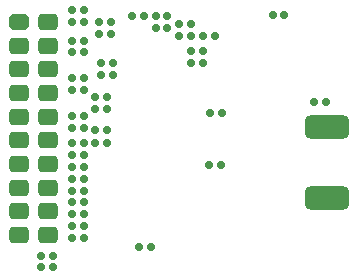
<source format=gbr>
%TF.GenerationSoftware,Altium Limited,Altium Designer,24.3.1 (35)*%
G04 Layer_Color=255*
%FSLAX45Y45*%
%MOMM*%
%TF.SameCoordinates,49A6F1C3-9DA9-4727-8ECF-3BB51FF8743F*%
%TF.FilePolarity,Positive*%
%TF.FileFunction,Pads,Bot*%
%TF.Part,Single*%
G01*
G75*
%TA.AperFunction,ConnectorPad*%
G04:AMPARAMS|DCode=10|XSize=2mm|YSize=3.8mm|CornerRadius=0.5mm|HoleSize=0mm|Usage=FLASHONLY|Rotation=270.000|XOffset=0mm|YOffset=0mm|HoleType=Round|Shape=RoundedRectangle|*
%AMROUNDEDRECTD10*
21,1,2.00000,2.80000,0,0,270.0*
21,1,1.00000,3.80000,0,0,270.0*
1,1,1.00000,-1.40000,-0.50000*
1,1,1.00000,-1.40000,0.50000*
1,1,1.00000,1.40000,0.50000*
1,1,1.00000,1.40000,-0.50000*
%
%ADD10ROUNDEDRECTD10*%
%TA.AperFunction,SMDPad,CuDef*%
G04:AMPARAMS|DCode=19|XSize=0.6mm|YSize=0.6mm|CornerRadius=0.15mm|HoleSize=0mm|Usage=FLASHONLY|Rotation=270.000|XOffset=0mm|YOffset=0mm|HoleType=Round|Shape=RoundedRectangle|*
%AMROUNDEDRECTD19*
21,1,0.60000,0.30000,0,0,270.0*
21,1,0.30000,0.60000,0,0,270.0*
1,1,0.30000,-0.15000,-0.15000*
1,1,0.30000,-0.15000,0.15000*
1,1,0.30000,0.15000,0.15000*
1,1,0.30000,0.15000,-0.15000*
%
%ADD19ROUNDEDRECTD19*%
%TA.AperFunction,ComponentPad*%
G04:AMPARAMS|DCode=43|XSize=1.4mm|YSize=1.7mm|CornerRadius=0mm|HoleSize=0mm|Usage=FLASHONLY|Rotation=270.000|XOffset=0mm|YOffset=0mm|HoleType=Round|Shape=Octagon|*
%AMOCTAGOND43*
4,1,8,0.85000,0.35000,0.85000,-0.35000,0.50000,-0.70000,-0.50000,-0.70000,-0.85000,-0.35000,-0.85000,0.35000,-0.50000,0.70000,0.50000,0.70000,0.85000,0.35000,0.0*
%
%ADD43OCTAGOND43*%

G04:AMPARAMS|DCode=44|XSize=1.4mm|YSize=1.7mm|CornerRadius=0.35mm|HoleSize=0mm|Usage=FLASHONLY|Rotation=270.000|XOffset=0mm|YOffset=0mm|HoleType=Round|Shape=RoundedRectangle|*
%AMROUNDEDRECTD44*
21,1,1.40000,1.00000,0,0,270.0*
21,1,0.70000,1.70000,0,0,270.0*
1,1,0.70000,-0.50000,-0.35000*
1,1,0.70000,-0.50000,0.35000*
1,1,0.70000,0.50000,0.35000*
1,1,0.70000,0.50000,-0.35000*
%
%ADD44ROUNDEDRECTD44*%
D10*
X2760000Y840000D02*
D03*
Y1440000D02*
D03*
D19*
X1770000Y1560000D02*
D03*
X1870000D02*
D03*
X700000Y700000D02*
D03*
X600000D02*
D03*
Y600000D02*
D03*
X700000D02*
D03*
X1210000Y2380000D02*
D03*
X1110000D02*
D03*
X1710000Y2080000D02*
D03*
X1610000D02*
D03*
X440000Y250000D02*
D03*
X340000D02*
D03*
X2750000Y1650000D02*
D03*
X2650000D02*
D03*
X700000Y1100000D02*
D03*
X600000D02*
D03*
X700000Y1850000D02*
D03*
X600000D02*
D03*
X699999Y2429999D02*
D03*
X599999D02*
D03*
X930000Y2330000D02*
D03*
X830000D02*
D03*
X950000Y1980000D02*
D03*
X850000D02*
D03*
X700000Y2170000D02*
D03*
X600000D02*
D03*
X1410000Y2380000D02*
D03*
X1310000D02*
D03*
X1610000Y2310000D02*
D03*
X1510000D02*
D03*
X900000Y1690000D02*
D03*
X800000D02*
D03*
X1810000Y2210000D02*
D03*
X1710000D02*
D03*
X700000Y900000D02*
D03*
X600000D02*
D03*
X700000Y1300000D02*
D03*
X600000D02*
D03*
X900000Y1410000D02*
D03*
X800000D02*
D03*
X2300000Y2390000D02*
D03*
X2400000D02*
D03*
X700000Y1530000D02*
D03*
X600000D02*
D03*
X600000Y1750000D02*
D03*
X700000D02*
D03*
X1510000Y2210000D02*
D03*
X1610000D02*
D03*
X600000Y1430000D02*
D03*
X700000D02*
D03*
X1310000Y2280000D02*
D03*
X1410000D02*
D03*
X800000Y1590000D02*
D03*
X900000D02*
D03*
X600000Y2330000D02*
D03*
X700000D02*
D03*
X930000Y2230000D02*
D03*
X830000D02*
D03*
X700000Y500000D02*
D03*
X600000D02*
D03*
Y1000000D02*
D03*
X700000D02*
D03*
X440000Y350000D02*
D03*
X340000D02*
D03*
X1610000Y1980000D02*
D03*
X1710000D02*
D03*
X700000Y800000D02*
D03*
X600000D02*
D03*
X950000Y1880000D02*
D03*
X850000D02*
D03*
X700000Y2070000D02*
D03*
X600000D02*
D03*
X1760000Y1120000D02*
D03*
X1860000D02*
D03*
X600000Y1200000D02*
D03*
X700000D02*
D03*
X1170000Y420000D02*
D03*
X1270000D02*
D03*
X800000Y1300000D02*
D03*
X900000D02*
D03*
D43*
X157000Y2326000D02*
D03*
D44*
Y2126000D02*
D03*
Y1926000D02*
D03*
Y1726000D02*
D03*
Y1526000D02*
D03*
Y1326000D02*
D03*
Y1126000D02*
D03*
X403000Y2326000D02*
D03*
Y2126000D02*
D03*
Y1926000D02*
D03*
Y1726000D02*
D03*
Y1526000D02*
D03*
Y1326000D02*
D03*
Y1126000D02*
D03*
X157000Y926000D02*
D03*
Y726000D02*
D03*
X403000Y926000D02*
D03*
Y726000D02*
D03*
X157000Y526000D02*
D03*
X403000D02*
D03*
%TF.MD5,09d5eaee29dc22f51e106a21cd893d2e*%
M02*

</source>
